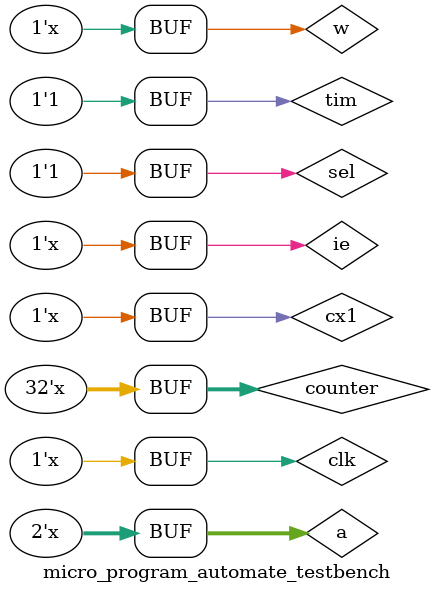
<source format=v>
`timescale 1ns / 1ps

module micro_program_automate_testbench();

    reg reset;
    reg clk;
    reg [1:0] a;
    reg w;
    reg sel;
    reg ie;
    reg cx1;
    reg tim;
    wire rdy;
    wire c1;
    wire c2;
    wire sel2;
    wire x0;
    wire x1;
    
    reg [31:0] counter;
    
    micro_program_automate uut(.reset(reset), .clk(clk), .a(a), .w(w), .sel(sel), .tim(tim),
                               .ie(ie), .cx1(cx1), .rdy(rdy), .c1(c1), .c2(c2), 
                               .sel2(sel2), .x0(x0), .x1(x1));
    
    initial
    begin
        reset <= 1;
        clk <= 0;
        a <= 0;
        w <= 0;
        sel <= 1;
        tim <= 0;
        ie <= 0;
        cx1 <= 0;
        counter <= 0;
        #10000 tim <= 1;
    end

    always
    begin
        #60 clk <= ~clk;
        counter <= counter + 1;
        if (counter == 4)
        begin
           reset <= 0;
        end
        if (counter > 0 && counter % 50 == 0)
        begin
            w <= ~w;
        end
        if (counter > 0 && counter % 10000 == 0)
            a <= a + 1;
        /*if (counter > 40000 && counter % 2000 == 0)
        begin
            sel <= ~sel;
        end*/
        if (counter > 40000 && counter % 5000 == 0)
        begin
            cx1 <= ~cx1;
            ie <= ~ie;
        end
    end

endmodule
</source>
